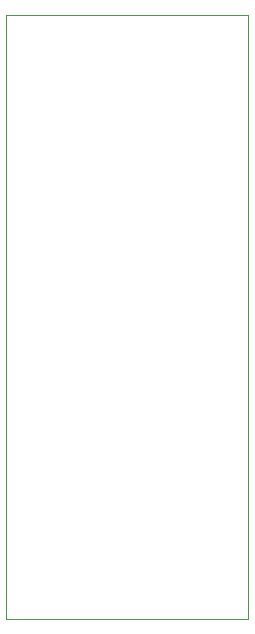
<source format=gbr>
%TF.GenerationSoftware,KiCad,Pcbnew,(7.0.0)*%
%TF.CreationDate,2023-03-17T13:32:38-05:00*%
%TF.ProjectId,adbuino,61646275-696e-46f2-9e6b-696361645f70,rev?*%
%TF.SameCoordinates,Original*%
%TF.FileFunction,Profile,NP*%
%FSLAX46Y46*%
G04 Gerber Fmt 4.6, Leading zero omitted, Abs format (unit mm)*
G04 Created by KiCad (PCBNEW (7.0.0)) date 2023-03-17 13:32:38*
%MOMM*%
%LPD*%
G01*
G04 APERTURE LIST*
%TA.AperFunction,Profile*%
%ADD10C,0.050000*%
%TD*%
G04 APERTURE END LIST*
D10*
X34050000Y102400000D02*
X34050000Y51300000D01*
X34050000Y51300000D02*
X13550000Y51300000D01*
X13550000Y51300000D02*
X13550000Y102400000D01*
X13550000Y102400000D02*
X34050000Y102400000D01*
M02*

</source>
